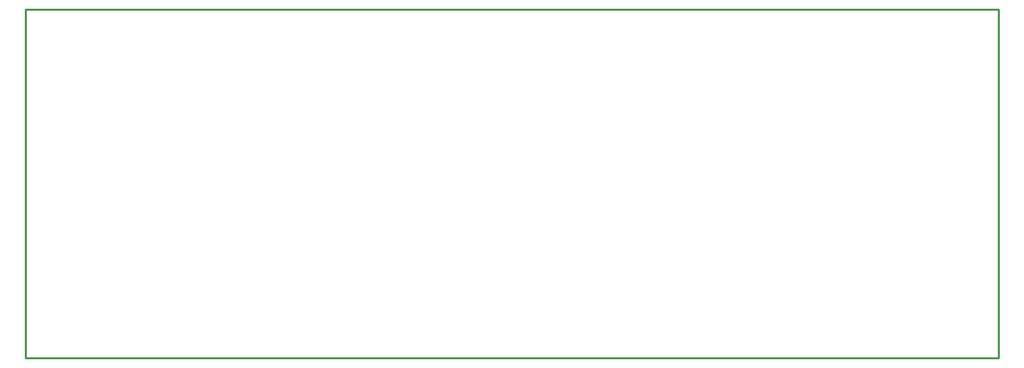
<source format=gko>
G04 Layer: BoardOutline*
G04 EasyEDA v5.9.42, Fri, 19 Apr 2019 15:14:02 GMT*
G04 1b50a63325eb494884fe414bfed8a826*
G04 Gerber Generator version 0.2*
G04 Scale: 100 percent, Rotated: No, Reflected: No *
G04 Dimensions in inches *
G04 leading zeros omitted , absolute positions ,2 integer and 4 decimal *
%FSLAX24Y24*%
%MOIN*%
G90*
G70D02*

%ADD10C,0.010000*%
G54D10*
G01X0Y17350D02*
G01X48350Y17350D01*
G01X48350Y0D01*
G01X0Y0D01*
G01X0Y17350D01*

%LPD*%
M00*
M02*

</source>
